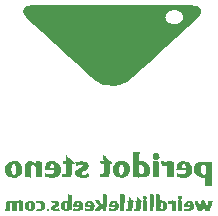
<source format=gbo>
%TF.GenerationSoftware,KiCad,Pcbnew,(6.0.9)*%
%TF.CreationDate,2023-02-21T23:51:28+05:30*%
%TF.ProjectId,Peridot Steno,50657269-646f-4742-9053-74656e6f2e6b,rev?*%
%TF.SameCoordinates,Original*%
%TF.FileFunction,Legend,Bot*%
%TF.FilePolarity,Positive*%
%FSLAX46Y46*%
G04 Gerber Fmt 4.6, Leading zero omitted, Abs format (unit mm)*
G04 Created by KiCad (PCBNEW (6.0.9)) date 2023-02-21 23:51:28*
%MOMM*%
%LPD*%
G01*
G04 APERTURE LIST*
%ADD10C,2.700000*%
G04 APERTURE END LIST*
%TO.C,G\u002A\u002A\u002A*%
G36*
X140600783Y-113141981D02*
G01*
X140595099Y-113169180D01*
X140544924Y-113305637D01*
X140463737Y-113403859D01*
X140347828Y-113468635D01*
X140337083Y-113471852D01*
X140273292Y-113481327D01*
X140180929Y-113487309D01*
X140073289Y-113489846D01*
X139963672Y-113488986D01*
X139865375Y-113484777D01*
X139791695Y-113477267D01*
X139755930Y-113466503D01*
X139753608Y-113462996D01*
X139748994Y-113421473D01*
X139756212Y-113356173D01*
X139766298Y-113312446D01*
X139785937Y-113279044D01*
X139817019Y-113280964D01*
X139860387Y-113296896D01*
X139979517Y-113321898D01*
X140089268Y-113320366D01*
X140177500Y-113293433D01*
X140232072Y-113242231D01*
X140242157Y-113222539D01*
X140254665Y-113184409D01*
X140243361Y-113160020D01*
X140201376Y-113146347D01*
X140121843Y-113140363D01*
X139997891Y-113139041D01*
X139737751Y-113139041D01*
X139752781Y-113012137D01*
X139764081Y-112943639D01*
X139768257Y-112932102D01*
X140052778Y-112932102D01*
X140058852Y-112963748D01*
X140088479Y-112980939D01*
X140155404Y-112985101D01*
X140216682Y-112981965D01*
X140249971Y-112966664D01*
X140258030Y-112932102D01*
X140245730Y-112861900D01*
X140208218Y-112802868D01*
X140155404Y-112779849D01*
X140108084Y-112798098D01*
X140068294Y-112853748D01*
X140052778Y-112932102D01*
X139768257Y-112932102D01*
X139815062Y-112802790D01*
X139897473Y-112701976D01*
X140009350Y-112642455D01*
X140148729Y-112625487D01*
X140313647Y-112652332D01*
X140401201Y-112693120D01*
X140494305Y-112778640D01*
X140563746Y-112890727D01*
X140576296Y-112932102D01*
X140601811Y-113016225D01*
X140600783Y-113141981D01*
G37*
G36*
X148679798Y-112600535D02*
G01*
X148763006Y-112604935D01*
X148852980Y-112615727D01*
X148942778Y-112630637D01*
X148943888Y-113051607D01*
X148944998Y-113472576D01*
X148564343Y-113472576D01*
X148580379Y-113392399D01*
X148581735Y-113384348D01*
X148587484Y-113319784D01*
X148592146Y-113218777D01*
X148595272Y-113093527D01*
X148596414Y-112956238D01*
X148596414Y-112600253D01*
X148679798Y-112600535D01*
G37*
G36*
X150705560Y-112610294D02*
G01*
X150778044Y-112620631D01*
X150866173Y-112625909D01*
X150948709Y-112625909D01*
X151010118Y-112893388D01*
X151071528Y-113160867D01*
X151103819Y-113053742D01*
X151117123Y-113005011D01*
X151141006Y-112901081D01*
X151161041Y-112795694D01*
X151173178Y-112727728D01*
X151186999Y-112663266D01*
X151196446Y-112634295D01*
X151199436Y-112632353D01*
X151239093Y-112628264D01*
X151307352Y-112632673D01*
X151388255Y-112643176D01*
X151465843Y-112657365D01*
X151524157Y-112672835D01*
X151547238Y-112687180D01*
X151544527Y-112702284D01*
X151529280Y-112761032D01*
X151502855Y-112854230D01*
X151467830Y-112972873D01*
X151426782Y-113107959D01*
X151306006Y-113500211D01*
X151113499Y-113492808D01*
X150920992Y-113485404D01*
X150872493Y-113318637D01*
X150845905Y-113233208D01*
X150821421Y-113165270D01*
X150805070Y-113131957D01*
X150802087Y-113131039D01*
X150785323Y-113156075D01*
X150762555Y-113217919D01*
X150737816Y-113306121D01*
X150689488Y-113500197D01*
X150496032Y-113492801D01*
X150302576Y-113485404D01*
X150168932Y-113100556D01*
X150141283Y-113020307D01*
X150099118Y-112895229D01*
X150065273Y-112791393D01*
X150042671Y-112717847D01*
X150034235Y-112683637D01*
X150038277Y-112672895D01*
X150080703Y-112656810D01*
X150171130Y-112651566D01*
X150309078Y-112651566D01*
X150363732Y-112888889D01*
X150376628Y-112945760D01*
X150398427Y-113046483D01*
X150413820Y-113123899D01*
X150420088Y-113164697D01*
X150422494Y-113167148D01*
X150435336Y-113137561D01*
X150456620Y-113071851D01*
X150483402Y-112978669D01*
X150494401Y-112939601D01*
X150528061Y-112829782D01*
X150560591Y-112735724D01*
X150586248Y-112674418D01*
X150613023Y-112629650D01*
X150648891Y-112605817D01*
X150705560Y-112610294D01*
G37*
G36*
X142431513Y-108823012D02*
G01*
X142487277Y-108888227D01*
X142489683Y-108892064D01*
X142555413Y-108977222D01*
X142648567Y-109075451D01*
X142754559Y-109173248D01*
X142858799Y-109257107D01*
X142946700Y-109313524D01*
X142978110Y-109330005D01*
X143029014Y-109365026D01*
X143050303Y-109405790D01*
X143054596Y-109470673D01*
X143054368Y-109504750D01*
X143047123Y-109552443D01*
X143018702Y-109570169D01*
X142954557Y-109572778D01*
X142854517Y-109572778D01*
X142845344Y-110002526D01*
X142840110Y-110177505D01*
X142830729Y-110322525D01*
X142815198Y-110430417D01*
X142791207Y-110508512D01*
X142756448Y-110564138D01*
X142708611Y-110604623D01*
X142645389Y-110637298D01*
X142607768Y-110650812D01*
X142534044Y-110664556D01*
X142433259Y-110669468D01*
X142293517Y-110666535D01*
X142217115Y-110662947D01*
X142117183Y-110656426D01*
X142044583Y-110649395D01*
X142011295Y-110642859D01*
X142004093Y-110628910D01*
X141997540Y-110575162D01*
X141998801Y-110497948D01*
X141999988Y-110481510D01*
X142008894Y-110411116D01*
X142024139Y-110380033D01*
X142050114Y-110378001D01*
X142081631Y-110386794D01*
X142146626Y-110405175D01*
X142191290Y-110406265D01*
X142262081Y-110371051D01*
X142270557Y-110364039D01*
X142292130Y-110341838D01*
X142307215Y-110312502D01*
X142317263Y-110267198D01*
X142323725Y-110197090D01*
X142328050Y-110093343D01*
X142331691Y-109947124D01*
X142339998Y-109572778D01*
X142089780Y-109572778D01*
X142037690Y-109318494D01*
X142177766Y-109310939D01*
X142317841Y-109303384D01*
X142312695Y-109053233D01*
X142307548Y-108803081D01*
X142371101Y-108803081D01*
X142431513Y-108823012D01*
G37*
G36*
X145754949Y-112600535D02*
G01*
X145838155Y-112604931D01*
X145928131Y-112615713D01*
X146017929Y-112630609D01*
X146019549Y-113051592D01*
X146021168Y-113472576D01*
X145830546Y-113472576D01*
X145767761Y-113472382D01*
X145696330Y-113469789D01*
X145660416Y-113461518D01*
X145650083Y-113444297D01*
X145655395Y-113414849D01*
X145657606Y-113402742D01*
X145662870Y-113340272D01*
X145667156Y-113241536D01*
X145670069Y-113117389D01*
X145671215Y-112978687D01*
X145671566Y-112600253D01*
X145754949Y-112600535D01*
G37*
G36*
X138673993Y-110171272D02*
G01*
X138619361Y-110345639D01*
X138526642Y-110486477D01*
X138396891Y-110592431D01*
X138231162Y-110662145D01*
X138212801Y-110666872D01*
X138080593Y-110686641D01*
X137921861Y-110692869D01*
X137755770Y-110686202D01*
X137601482Y-110667284D01*
X137478161Y-110636763D01*
X137353745Y-110592482D01*
X137371596Y-110448236D01*
X137379661Y-110386939D01*
X137389256Y-110324450D01*
X137395346Y-110297753D01*
X137403883Y-110298816D01*
X137446917Y-110315281D01*
X137512734Y-110345381D01*
X137616437Y-110381252D01*
X137752095Y-110399663D01*
X137884500Y-110392403D01*
X137993404Y-110358902D01*
X137993870Y-110358660D01*
X138074165Y-110294376D01*
X138131992Y-110205723D01*
X138154192Y-110112840D01*
X138153325Y-110098499D01*
X138145510Y-110082877D01*
X138123313Y-110072214D01*
X138079346Y-110065564D01*
X138006224Y-110061984D01*
X137896562Y-110060528D01*
X137742972Y-110060253D01*
X137331753Y-110060253D01*
X137348064Y-109887071D01*
X137348906Y-109880657D01*
X137820657Y-109880657D01*
X138156517Y-109880657D01*
X138139097Y-109784445D01*
X138137317Y-109774957D01*
X138104288Y-109660411D01*
X138058107Y-109577298D01*
X138004148Y-109535530D01*
X137927945Y-109531936D01*
X137869952Y-109573451D01*
X137833383Y-109657111D01*
X137820657Y-109779701D01*
X137820657Y-109880657D01*
X137348906Y-109880657D01*
X137360001Y-109796186D01*
X137408755Y-109617114D01*
X137486593Y-109475939D01*
X137592012Y-109375810D01*
X137593049Y-109375124D01*
X137646976Y-109342022D01*
X137696764Y-109321025D01*
X137756274Y-109309406D01*
X137839364Y-109304435D01*
X137959894Y-109303384D01*
X138002135Y-109303521D01*
X138117711Y-109306641D01*
X138200276Y-109315524D01*
X138263914Y-109332339D01*
X138322710Y-109359254D01*
X138409697Y-109414460D01*
X138538728Y-109540982D01*
X138629793Y-109697449D01*
X138679961Y-109878073D01*
X138680043Y-109880657D01*
X138686299Y-110077064D01*
X138673993Y-110171272D01*
G37*
G36*
X140552044Y-109318471D02*
G01*
X140696752Y-109330573D01*
X140807466Y-109355697D01*
X140894151Y-109396435D01*
X140966773Y-109455379D01*
X141005756Y-109499208D01*
X141061397Y-109605496D01*
X141067314Y-109720082D01*
X141024131Y-109847229D01*
X140995587Y-109898957D01*
X140959115Y-109945927D01*
X140907996Y-109989254D01*
X140831738Y-110037649D01*
X140719848Y-110099821D01*
X140623786Y-110153565D01*
X140533279Y-110211305D01*
X140478221Y-110258487D01*
X140451774Y-110300221D01*
X140451526Y-110300925D01*
X140445027Y-110372341D01*
X140478114Y-110421673D01*
X140543521Y-110447638D01*
X140633983Y-110448952D01*
X140742236Y-110424333D01*
X140861014Y-110372497D01*
X140999918Y-110297264D01*
X141054944Y-110462619D01*
X141055429Y-110464077D01*
X141081524Y-110548093D01*
X141097519Y-110610533D01*
X141099969Y-110637978D01*
X141073919Y-110645877D01*
X141010426Y-110658122D01*
X140924150Y-110671657D01*
X140860812Y-110679718D01*
X140691951Y-110693261D01*
X140524398Y-110696848D01*
X140374485Y-110690422D01*
X140258545Y-110673928D01*
X140179851Y-110649488D01*
X140056074Y-110578671D01*
X139965208Y-110480908D01*
X139913330Y-110363778D01*
X139906516Y-110234860D01*
X139924717Y-110156394D01*
X139964068Y-110083176D01*
X140030778Y-110015497D01*
X140131998Y-109946240D01*
X140274882Y-109868286D01*
X140288712Y-109861203D01*
X140415389Y-109791461D01*
X140496822Y-109734618D01*
X140536011Y-109687180D01*
X140535955Y-109645653D01*
X140499654Y-109606545D01*
X140424314Y-109576552D01*
X140321605Y-109585170D01*
X140193082Y-109636040D01*
X140141965Y-109661209D01*
X140086513Y-109686297D01*
X140062823Y-109693767D01*
X140062438Y-109693271D01*
X140048502Y-109665234D01*
X140021916Y-109606955D01*
X139989451Y-109533826D01*
X139957878Y-109461243D01*
X139933969Y-109404599D01*
X139924495Y-109379287D01*
X139944160Y-109366673D01*
X140004678Y-109352228D01*
X140095023Y-109338579D01*
X140203940Y-109327121D01*
X140320175Y-109319249D01*
X140432475Y-109316356D01*
X140552044Y-109318471D01*
G37*
G36*
X136201114Y-109304302D02*
G01*
X136379401Y-109355275D01*
X136569899Y-109438910D01*
X136570989Y-109439342D01*
X136583846Y-109421266D01*
X136589141Y-109369514D01*
X136589141Y-109290257D01*
X136813636Y-109304863D01*
X136852377Y-109307481D01*
X136956980Y-109315523D01*
X137041132Y-109323352D01*
X137089444Y-109329591D01*
X137098028Y-109331651D01*
X137111730Y-109339357D01*
X137122141Y-109356965D01*
X137129711Y-109390392D01*
X137134892Y-109445552D01*
X137138135Y-109528363D01*
X137139893Y-109644738D01*
X137140617Y-109800595D01*
X137140758Y-110001849D01*
X137140758Y-110663985D01*
X136569906Y-110666387D01*
X136583251Y-110221934D01*
X136584960Y-110163561D01*
X136588523Y-110015133D01*
X136589151Y-109907562D01*
X136586355Y-109832994D01*
X136579645Y-109783577D01*
X136568533Y-109751459D01*
X136552529Y-109728787D01*
X136551068Y-109727188D01*
X136473470Y-109668773D01*
X136381107Y-109634920D01*
X136296582Y-109634002D01*
X136274470Y-109641537D01*
X136236488Y-109670232D01*
X136209327Y-109721080D01*
X136192001Y-109799844D01*
X136183521Y-109912289D01*
X136182901Y-110064180D01*
X136189154Y-110261281D01*
X136206971Y-110683159D01*
X136109420Y-110667039D01*
X136034059Y-110658897D01*
X135929823Y-110653011D01*
X135819444Y-110650677D01*
X135627020Y-110650435D01*
X135643351Y-110143677D01*
X135643654Y-110134403D01*
X135650347Y-109972007D01*
X135658969Y-109821834D01*
X135668780Y-109693655D01*
X135679038Y-109597239D01*
X135689001Y-109542357D01*
X135697285Y-109519711D01*
X135757274Y-109424895D01*
X135843867Y-109345886D01*
X135939165Y-109300021D01*
X136043181Y-109287784D01*
X136201114Y-109304302D01*
G37*
G36*
X146755556Y-109305660D02*
G01*
X146835026Y-109311427D01*
X146932685Y-109320095D01*
X147001934Y-109328226D01*
X147031364Y-109334621D01*
X147034519Y-109356319D01*
X147038031Y-109423259D01*
X147041281Y-109528501D01*
X147044098Y-109665107D01*
X147046314Y-109826139D01*
X147047758Y-110004656D01*
X147051324Y-110663182D01*
X146492576Y-110663182D01*
X146492576Y-109288207D01*
X146755556Y-109305660D01*
G37*
G36*
X148833762Y-112216891D02*
G01*
X148898791Y-112232963D01*
X148941323Y-112272426D01*
X148975572Y-112345725D01*
X148969510Y-112425921D01*
X148913661Y-112495764D01*
X148867547Y-112526218D01*
X148782025Y-112546994D01*
X148690940Y-112519442D01*
X148656148Y-112498693D01*
X148609878Y-112446821D01*
X148596807Y-112371364D01*
X148597034Y-112360359D01*
X148622714Y-112281583D01*
X148688584Y-112232387D01*
X148791360Y-112215404D01*
X148833762Y-112216891D01*
G37*
G36*
X143611584Y-113158712D02*
G01*
X143582297Y-113278827D01*
X143517755Y-113370618D01*
X143413788Y-113442448D01*
X143371702Y-113462952D01*
X143315690Y-113482942D01*
X143252702Y-113493008D01*
X143168011Y-113495105D01*
X143046892Y-113491189D01*
X142979117Y-113487438D01*
X142880013Y-113478688D01*
X142807787Y-113468092D01*
X142774650Y-113457176D01*
X142772858Y-113454728D01*
X142766941Y-113412394D01*
X142777253Y-113348467D01*
X142787329Y-113316164D01*
X142810849Y-113279614D01*
X142844243Y-113280868D01*
X142875080Y-113292743D01*
X143001522Y-113322989D01*
X143113414Y-113321390D01*
X143201311Y-113289170D01*
X143255766Y-113227553D01*
X143276000Y-113180020D01*
X143285505Y-113150662D01*
X143274394Y-113147285D01*
X143222080Y-113143033D01*
X143136642Y-113140121D01*
X143028939Y-113139041D01*
X142772374Y-113139041D01*
X142772517Y-113055657D01*
X142779366Y-112965844D01*
X142786180Y-112943601D01*
X143063438Y-112943601D01*
X143067510Y-112972275D01*
X143098884Y-112983300D01*
X143169562Y-112985101D01*
X143238258Y-112981951D01*
X143275721Y-112968352D01*
X143285505Y-112939497D01*
X143284001Y-112921629D01*
X143257338Y-112855482D01*
X143209165Y-112801912D01*
X143154962Y-112779849D01*
X143131144Y-112781497D01*
X143106188Y-112796084D01*
X143088147Y-112836282D01*
X143069078Y-112914546D01*
X143063438Y-112943601D01*
X142786180Y-112943601D01*
X142822493Y-112825062D01*
X142902248Y-112714249D01*
X142913737Y-112703401D01*
X142957621Y-112668250D01*
X143004139Y-112648805D01*
X143069504Y-112640492D01*
X143169931Y-112638738D01*
X143219120Y-112639214D01*
X143313196Y-112645622D01*
X143378135Y-112662035D01*
X143429571Y-112691636D01*
X143464275Y-112718971D01*
X143546814Y-112807040D01*
X143593419Y-112909506D01*
X143597773Y-112939497D01*
X143612815Y-113043105D01*
X143611584Y-113158712D01*
G37*
G36*
X145852100Y-112215545D02*
G01*
X145946361Y-112236608D01*
X146008344Y-112289129D01*
X146030365Y-112366906D01*
X146028242Y-112404003D01*
X146003605Y-112468988D01*
X145940960Y-112518282D01*
X145898024Y-112537447D01*
X145805284Y-112542210D01*
X145713510Y-112495764D01*
X145703481Y-112487386D01*
X145655530Y-112418683D01*
X145650528Y-112346179D01*
X145683426Y-112280829D01*
X145749175Y-112233586D01*
X145842727Y-112215404D01*
X145852100Y-112215545D01*
G37*
G36*
X136546027Y-113122741D02*
G01*
X136515143Y-113257300D01*
X136445055Y-113361566D01*
X136332967Y-113440505D01*
X136248319Y-113474346D01*
X136088838Y-113498233D01*
X136004943Y-113491322D01*
X135871721Y-113452234D01*
X135759003Y-113384878D01*
X135681225Y-113296401D01*
X135677810Y-113290232D01*
X135642980Y-113184225D01*
X135637041Y-113113811D01*
X135974736Y-113113811D01*
X135982163Y-113205458D01*
X135998328Y-113265992D01*
X136035750Y-113312250D01*
X136092742Y-113327295D01*
X136153562Y-113292398D01*
X136165025Y-113277692D01*
X136191598Y-113206313D01*
X136205239Y-113108756D01*
X136205526Y-113002806D01*
X136192038Y-112906249D01*
X136164353Y-112836871D01*
X136157161Y-112827221D01*
X136101809Y-112785554D01*
X136047059Y-112791723D01*
X136003159Y-112845198D01*
X136002659Y-112846312D01*
X135985207Y-112914826D01*
X135975825Y-113010463D01*
X135974736Y-113113811D01*
X135637041Y-113113811D01*
X135632220Y-113056650D01*
X135645462Y-112929637D01*
X135682641Y-112825315D01*
X135703686Y-112793595D01*
X135796072Y-112709508D01*
X135917351Y-112653819D01*
X136055365Y-112629179D01*
X136197956Y-112638235D01*
X136332967Y-112683637D01*
X136379445Y-112710207D01*
X136473863Y-112796614D01*
X136528918Y-112910798D01*
X136540802Y-113002806D01*
X136548022Y-113058708D01*
X136546027Y-113122741D01*
G37*
G36*
X149981238Y-113110193D02*
G01*
X149954261Y-113250790D01*
X149886386Y-113360960D01*
X149776616Y-113442448D01*
X149734530Y-113462952D01*
X149678519Y-113482942D01*
X149615530Y-113493008D01*
X149530839Y-113495105D01*
X149409721Y-113491189D01*
X149341946Y-113487438D01*
X149242841Y-113478688D01*
X149170615Y-113468092D01*
X149137478Y-113457176D01*
X149135686Y-113454728D01*
X149129769Y-113412394D01*
X149140081Y-113348467D01*
X149150158Y-113316164D01*
X149173677Y-113279614D01*
X149207072Y-113280868D01*
X149281294Y-113305996D01*
X149390418Y-113326578D01*
X149480089Y-113325199D01*
X149520309Y-113309031D01*
X149579917Y-113264540D01*
X149628350Y-113209663D01*
X149648333Y-113161237D01*
X149637216Y-113154786D01*
X149584899Y-113146665D01*
X149499463Y-113141103D01*
X149391768Y-113139041D01*
X149135202Y-113139041D01*
X149135345Y-113055657D01*
X149141699Y-112985101D01*
X149413347Y-112985101D01*
X149530840Y-112985101D01*
X149601616Y-112981823D01*
X149638677Y-112968196D01*
X149648333Y-112939497D01*
X149646578Y-112920344D01*
X149619786Y-112855007D01*
X149572524Y-112801818D01*
X149520110Y-112779849D01*
X149501082Y-112780540D01*
X149469743Y-112792071D01*
X149449646Y-112828094D01*
X149431231Y-112901718D01*
X149413347Y-112985101D01*
X149141699Y-112985101D01*
X149145429Y-112943685D01*
X149192689Y-112809117D01*
X149274638Y-112709317D01*
X149386876Y-112647528D01*
X149525003Y-112626991D01*
X149684618Y-112650950D01*
X149806579Y-112705229D01*
X149903080Y-112798088D01*
X149961946Y-112924659D01*
X149963809Y-112939497D01*
X149981829Y-113082984D01*
X149981238Y-113110193D01*
G37*
G36*
X144539830Y-112339023D02*
G01*
X144614747Y-112420775D01*
X144671561Y-112481031D01*
X144753947Y-112555068D01*
X144826216Y-112606772D01*
X144842813Y-112616778D01*
X144906153Y-112670772D01*
X144930593Y-112722327D01*
X144914682Y-112763052D01*
X144856970Y-112784559D01*
X144786414Y-112792677D01*
X144773586Y-113074899D01*
X144769559Y-113148807D01*
X144755853Y-113289415D01*
X144734917Y-113387616D01*
X144705123Y-113449495D01*
X144664839Y-113481143D01*
X144638004Y-113487022D01*
X144566661Y-113493085D01*
X144474129Y-113495746D01*
X144378441Y-113494940D01*
X144297628Y-113490599D01*
X144249725Y-113482659D01*
X144221192Y-113451983D01*
X144209141Y-113377252D01*
X144209144Y-113373757D01*
X144212842Y-113316494D01*
X144231250Y-113297447D01*
X144275737Y-113304132D01*
X144280729Y-113305351D01*
X144337412Y-113311016D01*
X144375908Y-113291929D01*
X144399430Y-113241518D01*
X144411188Y-113153213D01*
X144414394Y-113020445D01*
X144414394Y-112779849D01*
X144337424Y-112779849D01*
X144296800Y-112777491D01*
X144266812Y-112757397D01*
X144260454Y-112702879D01*
X144265175Y-112651964D01*
X144289921Y-112630200D01*
X144350252Y-112625909D01*
X144440050Y-112625909D01*
X144440050Y-112459142D01*
X144440055Y-112454410D01*
X144444179Y-112357191D01*
X144459128Y-112306225D01*
X144489484Y-112300504D01*
X144539830Y-112339023D01*
G37*
G36*
X147961414Y-109303596D02*
G01*
X148014147Y-109307534D01*
X148116671Y-109316305D01*
X148195638Y-109324549D01*
X148237222Y-109330899D01*
X148242132Y-109333062D01*
X148253017Y-109347780D01*
X148261418Y-109380091D01*
X148267679Y-109435617D01*
X148272141Y-109519976D01*
X148275148Y-109638787D01*
X148277042Y-109797671D01*
X148278166Y-110002247D01*
X148280625Y-110663182D01*
X147995944Y-110666018D01*
X147711263Y-110668853D01*
X147718958Y-110255949D01*
X147720253Y-110169223D01*
X147720935Y-110032506D01*
X147719844Y-109916656D01*
X147717111Y-109831816D01*
X147712870Y-109788129D01*
X147712841Y-109788013D01*
X147680536Y-109739950D01*
X147622367Y-109701435D01*
X147573709Y-109685841D01*
X147517950Y-109680932D01*
X147441568Y-109687382D01*
X147329901Y-109705389D01*
X147311586Y-109705326D01*
X147286020Y-109685909D01*
X147260797Y-109634609D01*
X147230337Y-109542288D01*
X147202518Y-109440876D01*
X147192130Y-109363032D01*
X147207336Y-109317399D01*
X147251224Y-109295924D01*
X147326883Y-109290556D01*
X147384262Y-109293995D01*
X147533474Y-109336942D01*
X147666364Y-109426312D01*
X147724091Y-109479097D01*
X147724091Y-109286704D01*
X147961414Y-109303596D01*
G37*
G36*
X147672107Y-113094643D02*
G01*
X147652132Y-113249531D01*
X147599681Y-113366113D01*
X147513968Y-113446262D01*
X147408912Y-113487364D01*
X147291078Y-113493101D01*
X147185303Y-113459748D01*
X147178877Y-113456098D01*
X147119108Y-113427317D01*
X147090203Y-113429589D01*
X147082677Y-113463235D01*
X147082609Y-113466676D01*
X147072601Y-113489590D01*
X147037035Y-113496113D01*
X146963641Y-113488892D01*
X146929420Y-113484420D01*
X146852895Y-113475948D01*
X146803288Y-113472594D01*
X146790358Y-113468880D01*
X146779847Y-113452369D01*
X146772753Y-113416623D01*
X146768672Y-113355230D01*
X146767197Y-113261777D01*
X146767721Y-113166511D01*
X147136658Y-113166511D01*
X147138627Y-113234678D01*
X147147555Y-113274406D01*
X147165832Y-113296790D01*
X147195844Y-113312926D01*
X147258863Y-113323295D01*
X147316623Y-113293900D01*
X147359277Y-113230352D01*
X147383208Y-113141267D01*
X147384797Y-113035264D01*
X147360426Y-112920960D01*
X147355032Y-112905086D01*
X147329227Y-112847574D01*
X147295343Y-112823315D01*
X147236504Y-112818334D01*
X147146818Y-112818334D01*
X147139501Y-113051127D01*
X147139261Y-113058809D01*
X147136658Y-113166511D01*
X146767721Y-113166511D01*
X146767923Y-113129854D01*
X146770445Y-112953049D01*
X146770534Y-112947550D01*
X146771926Y-112776010D01*
X146770883Y-112610100D01*
X146767649Y-112461235D01*
X146762469Y-112340831D01*
X146755587Y-112260303D01*
X146732253Y-112087122D01*
X146827874Y-112087122D01*
X146919270Y-112092056D01*
X147005732Y-112103803D01*
X147089141Y-112120485D01*
X147071798Y-112356753D01*
X147054455Y-112593022D01*
X147221329Y-112606417D01*
X147361873Y-112630046D01*
X147497498Y-112689321D01*
X147594379Y-112782214D01*
X147652628Y-112908838D01*
X147668171Y-113035264D01*
X147672356Y-113069309D01*
X147672107Y-113094643D01*
G37*
G36*
X146227822Y-110227279D02*
G01*
X146214566Y-110276330D01*
X146149989Y-110433850D01*
X146060668Y-110549465D01*
X145943938Y-110626927D01*
X145799772Y-110668756D01*
X145637489Y-110665233D01*
X145470180Y-110611618D01*
X145408759Y-110583516D01*
X145349551Y-110557690D01*
X145322654Y-110547728D01*
X145315726Y-110565560D01*
X145312374Y-110615579D01*
X145312374Y-110683431D01*
X145139192Y-110667075D01*
X145050728Y-110659682D01*
X144947176Y-110653130D01*
X144869798Y-110650536D01*
X144773586Y-110650354D01*
X144773586Y-110126993D01*
X145340954Y-110126993D01*
X145341835Y-110215844D01*
X145346565Y-110273641D01*
X145356266Y-110309134D01*
X145372061Y-110331073D01*
X145395074Y-110348207D01*
X145430387Y-110370125D01*
X145510108Y-110404571D01*
X145572887Y-110400945D01*
X145630871Y-110359846D01*
X145653502Y-110334000D01*
X145710597Y-110223773D01*
X145739771Y-110082370D01*
X145738420Y-109920436D01*
X145714833Y-109787090D01*
X145667274Y-109666104D01*
X145600755Y-109586267D01*
X145517921Y-109550569D01*
X145421414Y-109561996D01*
X145350859Y-109586775D01*
X145343761Y-109948398D01*
X145342799Y-109998338D01*
X145340954Y-110126993D01*
X144773586Y-110126993D01*
X144773586Y-108463132D01*
X144844692Y-108477353D01*
X144858076Y-108479722D01*
X144928685Y-108489108D01*
X145028124Y-108499729D01*
X145139338Y-108509712D01*
X145362878Y-108527850D01*
X145349216Y-108838647D01*
X145343336Y-108959491D01*
X145336548Y-109075815D01*
X145330023Y-109167009D01*
X145324605Y-109220000D01*
X145313657Y-109290556D01*
X145488533Y-109290556D01*
X145620361Y-109297195D01*
X145814589Y-109338324D01*
X145973877Y-109416933D01*
X146098075Y-109532904D01*
X146187031Y-109686120D01*
X146240595Y-109876463D01*
X146249214Y-109930481D01*
X146257858Y-110028231D01*
X146253752Y-110082370D01*
X146251069Y-110117752D01*
X146227822Y-110227279D01*
G37*
G36*
X135385591Y-110305316D02*
G01*
X135300158Y-110455710D01*
X135177488Y-110573019D01*
X135019406Y-110654389D01*
X134926459Y-110681011D01*
X134816211Y-110694646D01*
X134677727Y-110693896D01*
X134671795Y-110693618D01*
X134466868Y-110663611D01*
X134296695Y-110596350D01*
X134162570Y-110493174D01*
X134065783Y-110355418D01*
X134007628Y-110184421D01*
X133989394Y-109981518D01*
X133993246Y-109937853D01*
X134516470Y-109937853D01*
X134522607Y-110078543D01*
X134543761Y-110209196D01*
X134579050Y-110316558D01*
X134627593Y-110387374D01*
X134632785Y-110391867D01*
X134683051Y-110429611D01*
X134716212Y-110445101D01*
X134718326Y-110444904D01*
X134754348Y-110426524D01*
X134805571Y-110387374D01*
X134821901Y-110370671D01*
X134868261Y-110285691D01*
X134898390Y-110169025D01*
X134912288Y-110033873D01*
X134909955Y-109893432D01*
X134891392Y-109760901D01*
X134856597Y-109649480D01*
X134805572Y-109572367D01*
X134779818Y-109551985D01*
X134705085Y-109528638D01*
X134633863Y-109552437D01*
X134576621Y-109621151D01*
X134552773Y-109679376D01*
X134526231Y-109800379D01*
X134516470Y-109937853D01*
X133993246Y-109937853D01*
X134003882Y-109817293D01*
X134057086Y-109642724D01*
X134148399Y-109502312D01*
X134276864Y-109397064D01*
X134441525Y-109327985D01*
X134641423Y-109296082D01*
X134754947Y-109294468D01*
X134954837Y-109321708D01*
X135123509Y-109387499D01*
X135258676Y-109489837D01*
X135358053Y-109626720D01*
X135419355Y-109796146D01*
X135440297Y-109996112D01*
X135437849Y-110033873D01*
X135431962Y-110124693D01*
X135385591Y-110305316D01*
G37*
G36*
X144545268Y-110126587D02*
G01*
X144499382Y-110306255D01*
X144413587Y-110455510D01*
X144289251Y-110572238D01*
X144127740Y-110654326D01*
X144114590Y-110658811D01*
X143964851Y-110689453D01*
X143796686Y-110694853D01*
X143631515Y-110675733D01*
X143490758Y-110632818D01*
X143429709Y-110601339D01*
X143291781Y-110492509D01*
X143188072Y-110350755D01*
X143123028Y-110183329D01*
X143101100Y-109997485D01*
X143102764Y-109942606D01*
X143632243Y-109942606D01*
X143635235Y-110081654D01*
X143653508Y-110210896D01*
X143686774Y-110317185D01*
X143734744Y-110387374D01*
X143741187Y-110392863D01*
X143789772Y-110428966D01*
X143819309Y-110442125D01*
X143842601Y-110437364D01*
X143913704Y-110405199D01*
X143963740Y-110344618D01*
X143997144Y-110248185D01*
X144018352Y-110108464D01*
X144024463Y-109978917D01*
X144014087Y-109838489D01*
X143987423Y-109718088D01*
X143947545Y-109622922D01*
X143897529Y-109558195D01*
X143840447Y-109529117D01*
X143779375Y-109540892D01*
X143717387Y-109598729D01*
X143673264Y-109687683D01*
X143644823Y-109806900D01*
X143632243Y-109942606D01*
X143102764Y-109942606D01*
X143103506Y-109918142D01*
X143125829Y-109758216D01*
X143174468Y-109628715D01*
X143253065Y-109518153D01*
X143317044Y-109454047D01*
X143437209Y-109369946D01*
X143576822Y-109319322D01*
X143749503Y-109296082D01*
X143862115Y-109294427D01*
X144062686Y-109321512D01*
X144232143Y-109387243D01*
X144368198Y-109489626D01*
X144468562Y-109626664D01*
X144530945Y-109796362D01*
X144551095Y-109978917D01*
X144553060Y-109996724D01*
X144545268Y-110126587D01*
G37*
G36*
X137038889Y-112653154D02*
G01*
X137171971Y-112699126D01*
X137267297Y-112778331D01*
X137326850Y-112892435D01*
X137352613Y-113043105D01*
X137351366Y-113159084D01*
X137322117Y-113279060D01*
X137257853Y-113370185D01*
X137154564Y-113440505D01*
X137139321Y-113447966D01*
X137058012Y-113478320D01*
X136965411Y-113493862D01*
X136841785Y-113498233D01*
X136820694Y-113498124D01*
X136728604Y-113494881D01*
X136661084Y-113488044D01*
X136631500Y-113478844D01*
X136627083Y-113445799D01*
X136633400Y-113386831D01*
X136645680Y-113342469D01*
X136672568Y-113323729D01*
X136730501Y-113329819D01*
X136807646Y-113333931D01*
X136908933Y-113303116D01*
X136986892Y-113234810D01*
X137033959Y-113136614D01*
X137042572Y-113016131D01*
X137038076Y-112982590D01*
X137003774Y-112882838D01*
X136940673Y-112824495D01*
X136846862Y-112805505D01*
X136836725Y-112805678D01*
X136767547Y-112815530D01*
X136722983Y-112835866D01*
X136706424Y-112849862D01*
X136685781Y-112855108D01*
X136684242Y-112852466D01*
X136665280Y-112817490D01*
X136634640Y-112759571D01*
X136628495Y-112747808D01*
X136605374Y-112697313D01*
X136607422Y-112672486D01*
X136634640Y-112656945D01*
X136637248Y-112655983D01*
X136687905Y-112647258D01*
X136771506Y-112641082D01*
X136871364Y-112638738D01*
X137038889Y-112653154D01*
G37*
G36*
X139491371Y-113458169D02*
G01*
X139459144Y-113467220D01*
X139314419Y-113491609D01*
X139162463Y-113496034D01*
X139021594Y-113480865D01*
X138910130Y-113446469D01*
X138814406Y-113384447D01*
X138753402Y-113302576D01*
X138724579Y-113192853D01*
X138724241Y-113123470D01*
X139022446Y-113123470D01*
X139036890Y-113231709D01*
X139068077Y-113297515D01*
X139132586Y-113344595D01*
X139213429Y-113350200D01*
X139230033Y-113343883D01*
X139244862Y-113323837D01*
X139252489Y-113281655D01*
X139254357Y-113207638D01*
X139251914Y-113092086D01*
X139244596Y-112843990D01*
X139162917Y-112836078D01*
X139149611Y-112835024D01*
X139088589Y-112843470D01*
X139051517Y-112883699D01*
X139037961Y-112919178D01*
X139023093Y-113012395D01*
X139022446Y-113123470D01*
X138724241Y-113123470D01*
X138723867Y-113046537D01*
X138741524Y-112914449D01*
X138787434Y-112780065D01*
X138860348Y-112689010D01*
X138961562Y-112640358D01*
X139092368Y-112633179D01*
X139254062Y-112666548D01*
X139314841Y-112684803D01*
X139277341Y-112110761D01*
X139453393Y-112128106D01*
X139457693Y-112128530D01*
X139544778Y-112137491D01*
X139607372Y-112144602D01*
X139632179Y-112148357D01*
X139632474Y-112164022D01*
X139631988Y-112224498D01*
X139630630Y-112323924D01*
X139628507Y-112455357D01*
X139625724Y-112611854D01*
X139622388Y-112786471D01*
X139614083Y-113207638D01*
X139609863Y-113421679D01*
X139491371Y-113458169D01*
G37*
G36*
X138309206Y-112631170D02*
G01*
X138371950Y-112636984D01*
X138470348Y-112672146D01*
X138545653Y-112736607D01*
X138584042Y-112818923D01*
X138581153Y-112909297D01*
X138532626Y-112997931D01*
X138503734Y-113026262D01*
X138430682Y-113082324D01*
X138346936Y-113134059D01*
X138284516Y-113172845D01*
X138224587Y-113229899D01*
X138207048Y-113281359D01*
X138235051Y-113321931D01*
X138252218Y-113329246D01*
X138319790Y-113331907D01*
X138403090Y-113313185D01*
X138481641Y-113276827D01*
X138512578Y-113258960D01*
X138541188Y-113258830D01*
X138561599Y-113298588D01*
X138572651Y-113328336D01*
X138598693Y-113405141D01*
X138605255Y-113448641D01*
X138592201Y-113469899D01*
X138559399Y-113479980D01*
X138504790Y-113487290D01*
X138401198Y-113493275D01*
X138282746Y-113494216D01*
X138165941Y-113490415D01*
X138067290Y-113482173D01*
X138003301Y-113469795D01*
X137989641Y-113464490D01*
X137910597Y-113405387D01*
X137865776Y-113317817D01*
X137863003Y-113215943D01*
X137880102Y-113166125D01*
X137926303Y-113106216D01*
X138006557Y-113046095D01*
X138128535Y-112978918D01*
X138152505Y-112966323D01*
X138221669Y-112916813D01*
X138243990Y-112869647D01*
X138243305Y-112861563D01*
X138215298Y-112825256D01*
X138157638Y-112809143D01*
X138085988Y-112814956D01*
X138016014Y-112844428D01*
X137989014Y-112861528D01*
X137960477Y-112869712D01*
X137942482Y-112845063D01*
X137923113Y-112779216D01*
X137915910Y-112750547D01*
X137904767Y-112690024D01*
X137905730Y-112660566D01*
X137908639Y-112658516D01*
X137950893Y-112648025D01*
X138026909Y-112639295D01*
X138121854Y-112633075D01*
X138220897Y-112630117D01*
X138309206Y-112631170D01*
G37*
G36*
X148294949Y-112640864D02*
G01*
X148371407Y-112649577D01*
X148432058Y-112657285D01*
X148455303Y-112661381D01*
X148455117Y-112671185D01*
X148454074Y-112723370D01*
X148452270Y-112812808D01*
X148449881Y-112930759D01*
X148447083Y-113068485D01*
X148438863Y-113472576D01*
X148088810Y-113472576D01*
X148102432Y-113205681D01*
X148116054Y-112938785D01*
X148038574Y-112898719D01*
X147967954Y-112873823D01*
X147881862Y-112881376D01*
X147878676Y-112882287D01*
X147825915Y-112892850D01*
X147801065Y-112875540D01*
X147786642Y-112818880D01*
X147775186Y-112732430D01*
X147785111Y-112674303D01*
X147824280Y-112646836D01*
X147898380Y-112640975D01*
X147991077Y-112655022D01*
X148070769Y-112703175D01*
X148134596Y-112763137D01*
X148134596Y-112623361D01*
X148294949Y-112640864D01*
G37*
G36*
X135232550Y-112609874D02*
G01*
X135237351Y-112610801D01*
X135321829Y-112621502D01*
X135412146Y-112625909D01*
X135511566Y-112625909D01*
X135511566Y-113472576D01*
X135165202Y-113472634D01*
X135165202Y-112870987D01*
X135097649Y-112847178D01*
X135095151Y-112846301D01*
X135037177Y-112830041D01*
X134996602Y-112832879D01*
X134970367Y-112861248D01*
X134955414Y-112921584D01*
X134948685Y-113020320D01*
X134947121Y-113163892D01*
X134947121Y-113472576D01*
X134761111Y-113472628D01*
X134575101Y-113472681D01*
X134583149Y-113188589D01*
X134584874Y-113106914D01*
X134582898Y-112985458D01*
X134571979Y-112904557D01*
X134549745Y-112857319D01*
X134513824Y-112836857D01*
X134461843Y-112836279D01*
X134395505Y-112843990D01*
X134381097Y-113472576D01*
X134010657Y-113472616D01*
X134017467Y-113222445D01*
X134017774Y-113211356D01*
X134025078Y-113027481D01*
X134037064Y-112888100D01*
X134056385Y-112786769D01*
X134085693Y-112717042D01*
X134127641Y-112672478D01*
X134184881Y-112646630D01*
X134260064Y-112633056D01*
X134294258Y-112630127D01*
X134393197Y-112637722D01*
X134496040Y-112676210D01*
X134612914Y-112732788D01*
X134680852Y-112679349D01*
X134696606Y-112668188D01*
X134795511Y-112632016D01*
X134915192Y-112630547D01*
X135040876Y-112664394D01*
X135102635Y-112689741D01*
X135138735Y-112698987D01*
X135151081Y-112685802D01*
X135152374Y-112648359D01*
X135155308Y-112619737D01*
X135176953Y-112603393D01*
X135232550Y-112609874D01*
G37*
G36*
X145161127Y-112294027D02*
G01*
X145197110Y-112320928D01*
X145255115Y-112373939D01*
X145325256Y-112444188D01*
X145340256Y-112459569D01*
X145419260Y-112534067D01*
X145492453Y-112593758D01*
X145545666Y-112626896D01*
X145547721Y-112627762D01*
X145604647Y-112668797D01*
X145624191Y-112717964D01*
X145605994Y-112761230D01*
X145549697Y-112784559D01*
X145479141Y-112792677D01*
X145472755Y-113036415D01*
X145470799Y-113103652D01*
X145465045Y-113225026D01*
X145455713Y-113309762D01*
X145440598Y-113368066D01*
X145417494Y-113410146D01*
X145384195Y-113446209D01*
X145365837Y-113461425D01*
X145319336Y-113483990D01*
X145251387Y-113495053D01*
X145147182Y-113497840D01*
X145143800Y-113497829D01*
X145050099Y-113494942D01*
X144976249Y-113488050D01*
X144937974Y-113478597D01*
X144936039Y-113477126D01*
X144912238Y-113437572D01*
X144893148Y-113373522D01*
X144876358Y-113287297D01*
X144962530Y-113303463D01*
X144973585Y-113305414D01*
X145032974Y-113307960D01*
X145072042Y-113287680D01*
X145094231Y-113237555D01*
X145102984Y-113150571D01*
X145101743Y-113019709D01*
X145101366Y-113008263D01*
X145097195Y-112904012D01*
X145090919Y-112839845D01*
X145079236Y-112805458D01*
X145058843Y-112790550D01*
X145026437Y-112784819D01*
X145012219Y-112782710D01*
X144967028Y-112759165D01*
X144947497Y-112701436D01*
X144945314Y-112685777D01*
X144945924Y-112644841D01*
X144971258Y-112628723D01*
X145034595Y-112625909D01*
X145132778Y-112625909D01*
X145132778Y-112459142D01*
X145135824Y-112377000D01*
X145144226Y-112315774D01*
X145156106Y-112292374D01*
X145161127Y-112294027D01*
G37*
G36*
X146384972Y-112094113D02*
G01*
X146462678Y-112101389D01*
X146527003Y-112109667D01*
X146554666Y-112116353D01*
X146556249Y-112140705D01*
X146556889Y-112209975D01*
X146556513Y-112317273D01*
X146555167Y-112455776D01*
X146552903Y-112618657D01*
X146549769Y-112799091D01*
X146536968Y-113472576D01*
X146223182Y-113472576D01*
X146223182Y-112081126D01*
X146384972Y-112094113D01*
G37*
G36*
X141563333Y-113087122D02*
G01*
X141544298Y-113210946D01*
X141493396Y-113323043D01*
X141411111Y-113413546D01*
X141297924Y-113472589D01*
X141282282Y-113476135D01*
X141216700Y-113482999D01*
X141123767Y-113487077D01*
X141016586Y-113488455D01*
X140908258Y-113487220D01*
X140811886Y-113483459D01*
X140740573Y-113477257D01*
X140707420Y-113468700D01*
X140705639Y-113465227D01*
X140704078Y-113425713D01*
X140711390Y-113360817D01*
X140720326Y-113316763D01*
X140738861Y-113281204D01*
X140768327Y-113281737D01*
X140806230Y-113295993D01*
X140932888Y-113322898D01*
X141047603Y-113317474D01*
X141139926Y-113281314D01*
X141199408Y-113216010D01*
X141231403Y-113151869D01*
X140975625Y-113144557D01*
X140719848Y-113137246D01*
X140719848Y-113015874D01*
X140722571Y-112963658D01*
X140731129Y-112932102D01*
X141002071Y-112932102D01*
X141002176Y-112938127D01*
X141011660Y-112968245D01*
X141045874Y-112981893D01*
X141118014Y-112985101D01*
X141166358Y-112984656D01*
X141211587Y-112978354D01*
X141224554Y-112957795D01*
X141217103Y-112914546D01*
X141201606Y-112863276D01*
X141160800Y-112799965D01*
X141102458Y-112779849D01*
X141055843Y-112798890D01*
X141017226Y-112854758D01*
X141002071Y-112932102D01*
X140731129Y-112932102D01*
X140758311Y-112831869D01*
X140830004Y-112729110D01*
X140930664Y-112659144D01*
X141053305Y-112625734D01*
X141190940Y-112632644D01*
X141336584Y-112683637D01*
X141424397Y-112743948D01*
X141503865Y-112843757D01*
X141548588Y-112957795D01*
X141550016Y-112961437D01*
X141563333Y-113087122D01*
G37*
G36*
X149817576Y-110194957D02*
G01*
X149764249Y-110362572D01*
X149672523Y-110496563D01*
X149541719Y-110597887D01*
X149371160Y-110667500D01*
X149324075Y-110677791D01*
X149199797Y-110690102D01*
X149050915Y-110691549D01*
X148894377Y-110682814D01*
X148747133Y-110664579D01*
X148626129Y-110637526D01*
X148578640Y-110622365D01*
X148522758Y-110598586D01*
X148500854Y-110573756D01*
X148502508Y-110539620D01*
X148503420Y-110535767D01*
X148517638Y-110469263D01*
X148532908Y-110389873D01*
X148549874Y-110296159D01*
X148668429Y-110348601D01*
X148739888Y-110374863D01*
X148883577Y-110400681D01*
X149021203Y-110393682D01*
X149136225Y-110353685D01*
X149171472Y-110328406D01*
X149229284Y-110267669D01*
X149276447Y-110197305D01*
X149303831Y-110132004D01*
X149302307Y-110086456D01*
X149299622Y-110084054D01*
X149257574Y-110074164D01*
X149170971Y-110066668D01*
X149045345Y-110061915D01*
X148886229Y-110060253D01*
X148486346Y-110060253D01*
X148501114Y-109884096D01*
X148501558Y-109880657D01*
X148948631Y-109880657D01*
X149289141Y-109880657D01*
X149289141Y-109794653D01*
X149289005Y-109787731D01*
X149270652Y-109703999D01*
X149228766Y-109621546D01*
X149173923Y-109556829D01*
X149116699Y-109526307D01*
X149089859Y-109527086D01*
X149035117Y-109563069D01*
X148992438Y-109642550D01*
X148965107Y-109760455D01*
X148948631Y-109880657D01*
X148501558Y-109880657D01*
X148516325Y-109766243D01*
X148566328Y-109592555D01*
X148647089Y-109459388D01*
X148759781Y-109365553D01*
X148905576Y-109309860D01*
X149085646Y-109291119D01*
X149153797Y-109292712D01*
X149356404Y-109323279D01*
X149525131Y-109391653D01*
X149658582Y-109496479D01*
X149755358Y-109636400D01*
X149814061Y-109810062D01*
X149820650Y-109880657D01*
X149833293Y-110016108D01*
X149817576Y-110194957D01*
G37*
G36*
X142404817Y-112100858D02*
G01*
X142408727Y-112101266D01*
X142495282Y-112110733D01*
X142557082Y-112118297D01*
X142580975Y-112122352D01*
X142580907Y-112145401D01*
X142580162Y-112213330D01*
X142578812Y-112319409D01*
X142576949Y-112456894D01*
X142574660Y-112619036D01*
X142572034Y-112799091D01*
X142562068Y-113472576D01*
X142236571Y-113472576D01*
X142252074Y-113286566D01*
X142255040Y-113250167D01*
X142259985Y-113170490D01*
X142257638Y-113130538D01*
X142246468Y-113121797D01*
X142224942Y-113135753D01*
X142194641Y-113170736D01*
X142148515Y-113238579D01*
X142099399Y-113321763D01*
X142016489Y-113472576D01*
X141791502Y-113472576D01*
X141703575Y-113471556D01*
X141622371Y-113466277D01*
X141579214Y-113455448D01*
X141566515Y-113437898D01*
X141575411Y-113415205D01*
X141610323Y-113357568D01*
X141665537Y-113277373D01*
X141734452Y-113184576D01*
X141902390Y-112965931D01*
X141747914Y-112802335D01*
X141717624Y-112769896D01*
X141653930Y-112698955D01*
X141609601Y-112645612D01*
X141592805Y-112619495D01*
X141593222Y-112618140D01*
X141622379Y-112609077D01*
X141688450Y-112602678D01*
X141778762Y-112600253D01*
X141841801Y-112600487D01*
X141914420Y-112604025D01*
X141957701Y-112615773D01*
X141985403Y-112640666D01*
X142011283Y-112683637D01*
X142037043Y-112724774D01*
X142094893Y-112803546D01*
X142160651Y-112882475D01*
X142264087Y-112997930D01*
X142229685Y-112082620D01*
X142404817Y-112100858D01*
G37*
G36*
X139215882Y-108808302D02*
G01*
X139260121Y-108837583D01*
X139304413Y-108903499D01*
X139329927Y-108943416D01*
X139413819Y-109044363D01*
X139522152Y-109149242D01*
X139640230Y-109244530D01*
X139753357Y-109316699D01*
X139799802Y-109342290D01*
X139848410Y-109378037D01*
X139868949Y-109417552D01*
X139873182Y-109476522D01*
X139873182Y-109572778D01*
X139642273Y-109572778D01*
X139642233Y-109989697D01*
X139641183Y-110133808D01*
X139635473Y-110287515D01*
X139622927Y-110403054D01*
X139601459Y-110487896D01*
X139568985Y-110549510D01*
X139523419Y-110595364D01*
X139462677Y-110632929D01*
X139442202Y-110642905D01*
X139390140Y-110660752D01*
X139325555Y-110669985D01*
X139235595Y-110671862D01*
X139107404Y-110667636D01*
X139027114Y-110662857D01*
X138925521Y-110653102D01*
X138850960Y-110641372D01*
X138815565Y-110629263D01*
X138810792Y-110622555D01*
X138800865Y-110569813D01*
X138806482Y-110487665D01*
X138814602Y-110437045D01*
X138828295Y-110394074D01*
X138853406Y-110383633D01*
X138901215Y-110394644D01*
X138907027Y-110396232D01*
X138994800Y-110402484D01*
X139069026Y-110378512D01*
X139112814Y-110329514D01*
X139114537Y-110323035D01*
X139120269Y-110270436D01*
X139124906Y-110180225D01*
X139128009Y-110063128D01*
X139129141Y-109929872D01*
X139129141Y-109572778D01*
X139015416Y-109572778D01*
X138977294Y-109572480D01*
X138928131Y-109565980D01*
X138898772Y-109542381D01*
X138879256Y-109490610D01*
X138859624Y-109399596D01*
X138842842Y-109316213D01*
X139134676Y-109316213D01*
X139097950Y-108803081D01*
X139172963Y-108803081D01*
X139215882Y-108808302D01*
G37*
G36*
X151482733Y-110547232D02*
G01*
X151482320Y-110783296D01*
X151481338Y-110974661D01*
X151479626Y-111125722D01*
X151477020Y-111240872D01*
X151473358Y-111324506D01*
X151468477Y-111381016D01*
X151462213Y-111414797D01*
X151454404Y-111430242D01*
X151444888Y-111431745D01*
X151425675Y-111427326D01*
X151360408Y-111418721D01*
X151264948Y-111409724D01*
X151152447Y-111401687D01*
X150897897Y-111386179D01*
X150913807Y-111037509D01*
X150929716Y-110688839D01*
X150777843Y-110697464D01*
X150651073Y-110695893D01*
X150461575Y-110657828D01*
X150293996Y-110578994D01*
X150154770Y-110462794D01*
X150050331Y-110312630D01*
X150036116Y-110284126D01*
X149999556Y-110194049D01*
X149982506Y-110105767D01*
X149979118Y-109993025D01*
X149979806Y-109972568D01*
X150537915Y-109972568D01*
X150543216Y-110109118D01*
X150567821Y-110235199D01*
X150612064Y-110335703D01*
X150652155Y-110379836D01*
X150716093Y-110420590D01*
X150725970Y-110424292D01*
X150775581Y-110438570D01*
X150824925Y-110439178D01*
X150899091Y-110426995D01*
X150907620Y-110425242D01*
X150927988Y-110417326D01*
X150941781Y-110399010D01*
X150950280Y-110362111D01*
X150954766Y-110298446D01*
X150956519Y-110199834D01*
X150956818Y-110058091D01*
X150956818Y-109700307D01*
X150873434Y-109649467D01*
X150865397Y-109644647D01*
X150771932Y-109604865D01*
X150695434Y-109609391D01*
X150627065Y-109658550D01*
X150583885Y-109728498D01*
X150551583Y-109840658D01*
X150537915Y-109972568D01*
X149979806Y-109972568D01*
X149982154Y-109902708D01*
X149999788Y-109765537D01*
X150037000Y-109650806D01*
X150098467Y-109540791D01*
X150194051Y-109439850D01*
X150320119Y-109373481D01*
X150467244Y-109344321D01*
X150626589Y-109354113D01*
X150789319Y-109404599D01*
X150931162Y-109467328D01*
X150931162Y-109404599D01*
X150931208Y-109397499D01*
X150936000Y-109366412D01*
X150956985Y-109349778D01*
X151005866Y-109343096D01*
X151094348Y-109341869D01*
X151169124Y-109343169D01*
X151280521Y-109348785D01*
X151370156Y-109357333D01*
X151482778Y-109372798D01*
X151482778Y-110409546D01*
X151482733Y-110547232D01*
G37*
G36*
X146831109Y-108612410D02*
G01*
X146891708Y-108622530D01*
X146935899Y-108647664D01*
X146982155Y-108694446D01*
X147009091Y-108729027D01*
X147053660Y-108832573D01*
X147056984Y-108938998D01*
X147022250Y-109036913D01*
X146952646Y-109114929D01*
X146851362Y-109161658D01*
X146786539Y-109175918D01*
X146722711Y-109183132D01*
X146670832Y-109174300D01*
X146609048Y-109148208D01*
X146527935Y-109088278D01*
X146481624Y-108998476D01*
X146467047Y-108872430D01*
X146478178Y-108783839D01*
X146528756Y-108687627D01*
X146562520Y-108649487D01*
X146602177Y-108623885D01*
X146658513Y-108612956D01*
X146748814Y-108610657D01*
X146831109Y-108612410D01*
G37*
G36*
X137620437Y-113294129D02*
G01*
X137677339Y-113323674D01*
X137704584Y-113380347D01*
X137692374Y-113446920D01*
X137662555Y-113479455D01*
X137589334Y-113498233D01*
X137573168Y-113497821D01*
X137522078Y-113481945D01*
X137497573Y-113433758D01*
X137496724Y-113368049D01*
X137534113Y-113313568D01*
X137604815Y-113292980D01*
X137620437Y-113294129D01*
G37*
G36*
X150219410Y-97191743D02*
G01*
X150115159Y-97290468D01*
X149981028Y-97416195D01*
X149819591Y-97566573D01*
X149633422Y-97739252D01*
X149425092Y-97931880D01*
X149197177Y-98142107D01*
X148952248Y-98367583D01*
X148692878Y-98605957D01*
X148421642Y-98854879D01*
X148141112Y-99111997D01*
X147853861Y-99374962D01*
X147562463Y-99641423D01*
X147269490Y-99909029D01*
X146977516Y-100175429D01*
X146689113Y-100438274D01*
X146406856Y-100695212D01*
X146133317Y-100943893D01*
X145871070Y-101181966D01*
X145622687Y-101407081D01*
X145390741Y-101616887D01*
X145177807Y-101809034D01*
X144986456Y-101981171D01*
X144819263Y-102130947D01*
X144678799Y-102256012D01*
X144567640Y-102354016D01*
X144488357Y-102422607D01*
X144443523Y-102459435D01*
X144278828Y-102569435D01*
X144017470Y-102702195D01*
X143725751Y-102809092D01*
X143413788Y-102885937D01*
X143402618Y-102887422D01*
X143339580Y-102890757D01*
X143240264Y-102892456D01*
X143115877Y-102892403D01*
X142977626Y-102890480D01*
X142967069Y-102890260D01*
X142807011Y-102885380D01*
X142682852Y-102877278D01*
X142580028Y-102864122D01*
X142483974Y-102844082D01*
X142380128Y-102815325D01*
X142139365Y-102730090D01*
X141891129Y-102611574D01*
X141678784Y-102475221D01*
X141673888Y-102471399D01*
X141628388Y-102432966D01*
X141548259Y-102362914D01*
X141436098Y-102263602D01*
X141294504Y-102137386D01*
X141126073Y-101986621D01*
X140933405Y-101813666D01*
X140719095Y-101620875D01*
X140485743Y-101410605D01*
X140235946Y-101185214D01*
X139972302Y-100947057D01*
X139697408Y-100698491D01*
X139413862Y-100441872D01*
X139124263Y-100179557D01*
X138831206Y-99913903D01*
X138537291Y-99647265D01*
X138245116Y-99382000D01*
X137957277Y-99120465D01*
X137676372Y-98865016D01*
X137405000Y-98618009D01*
X137145758Y-98381802D01*
X136901244Y-98158750D01*
X136674056Y-97951210D01*
X136466790Y-97761539D01*
X136282046Y-97592092D01*
X136122420Y-97445227D01*
X135990511Y-97323299D01*
X135888916Y-97228666D01*
X135820233Y-97163684D01*
X135787059Y-97130709D01*
X135786027Y-97129540D01*
X147547450Y-97129540D01*
X147568888Y-97266627D01*
X147594601Y-97319892D01*
X147665052Y-97410613D01*
X147760521Y-97500229D01*
X147867257Y-97576437D01*
X147971514Y-97626934D01*
X147975285Y-97628205D01*
X148104674Y-97660172D01*
X148249333Y-97678431D01*
X148388224Y-97681372D01*
X148500307Y-97667386D01*
X148577574Y-97643535D01*
X148711079Y-97584138D01*
X148830601Y-97510178D01*
X148917667Y-97432070D01*
X148942769Y-97400700D01*
X149024264Y-97258127D01*
X149054905Y-97114529D01*
X149034939Y-96972357D01*
X148964611Y-96834057D01*
X148844169Y-96702078D01*
X148749210Y-96632648D01*
X148588067Y-96559594D01*
X148411336Y-96521508D01*
X148228642Y-96517439D01*
X148049609Y-96546432D01*
X147883862Y-96607534D01*
X147741026Y-96699792D01*
X147630725Y-96822254D01*
X147614565Y-96848879D01*
X147563687Y-96983022D01*
X147547450Y-97129540D01*
X135786027Y-97129540D01*
X135769984Y-97111370D01*
X135652670Y-96954408D01*
X135569559Y-96796576D01*
X135522933Y-96644964D01*
X135515075Y-96506661D01*
X135548265Y-96388756D01*
X135575963Y-96346222D01*
X135670879Y-96260598D01*
X135808884Y-96187190D01*
X135984737Y-96129115D01*
X135985300Y-96128971D01*
X136006531Y-96123693D01*
X136028673Y-96118788D01*
X136053592Y-96114243D01*
X136083155Y-96110045D01*
X136119228Y-96106179D01*
X136163680Y-96102631D01*
X136218375Y-96099390D01*
X136285182Y-96096440D01*
X136365966Y-96093769D01*
X136462595Y-96091362D01*
X136576936Y-96089207D01*
X136710854Y-96087290D01*
X136866218Y-96085596D01*
X137044893Y-96084113D01*
X137248746Y-96082828D01*
X137479645Y-96081725D01*
X137739456Y-96080793D01*
X138030045Y-96080017D01*
X138353280Y-96079383D01*
X138711027Y-96078879D01*
X139105154Y-96078490D01*
X139537526Y-96078204D01*
X140010010Y-96078006D01*
X140524474Y-96077883D01*
X141082784Y-96077822D01*
X141686807Y-96077808D01*
X142338409Y-96077829D01*
X143039458Y-96077870D01*
X143266595Y-96077883D01*
X143964098Y-96077901D01*
X144612690Y-96077912D01*
X145214205Y-96077952D01*
X145770477Y-96078056D01*
X146283338Y-96078260D01*
X146754622Y-96078599D01*
X147186161Y-96079110D01*
X147579790Y-96079827D01*
X147937341Y-96080786D01*
X148260646Y-96082023D01*
X148551541Y-96083573D01*
X148811856Y-96085472D01*
X149043427Y-96087756D01*
X149248085Y-96090459D01*
X149427664Y-96093618D01*
X149583998Y-96097267D01*
X149718918Y-96101443D01*
X149834259Y-96106182D01*
X149931854Y-96111518D01*
X150013535Y-96117487D01*
X150081136Y-96124125D01*
X150136491Y-96131467D01*
X150181431Y-96139550D01*
X150217791Y-96148407D01*
X150247403Y-96158076D01*
X150272101Y-96168591D01*
X150293717Y-96179989D01*
X150314085Y-96192304D01*
X150335039Y-96205572D01*
X150358410Y-96219829D01*
X150383496Y-96235291D01*
X150494154Y-96331794D01*
X150557006Y-96446539D01*
X150572060Y-96579210D01*
X150539327Y-96729494D01*
X150458819Y-96897078D01*
X150330543Y-97081647D01*
X150327984Y-97084699D01*
X150298864Y-97114529D01*
X150291210Y-97122370D01*
X150219410Y-97191743D01*
G37*
G36*
X143854404Y-112087241D02*
G01*
X143944352Y-112092096D01*
X144019924Y-112101856D01*
X144093687Y-112116590D01*
X144079223Y-113472576D01*
X143734495Y-113472576D01*
X143734495Y-112087122D01*
X143840328Y-112087122D01*
X143854404Y-112087241D01*
G37*
%TD*%
%LPC*%
D10*
%TO.C,H11*%
X95250000Y-44450000D03*
%TD*%
%TO.C,H12*%
X228600000Y-91440000D03*
%TD*%
%TO.C,H3*%
X190500000Y-44450000D03*
%TD*%
%TO.C,H1*%
X114300000Y-129540000D03*
%TD*%
%TO.C,H2*%
X64312800Y-91440000D03*
%TD*%
%TO.C,H9*%
X227965000Y-44450000D03*
%TD*%
%TO.C,H6*%
X142900400Y-92710000D03*
%TD*%
%TO.C,H8*%
X171450000Y-129540000D03*
%TD*%
M02*

</source>
